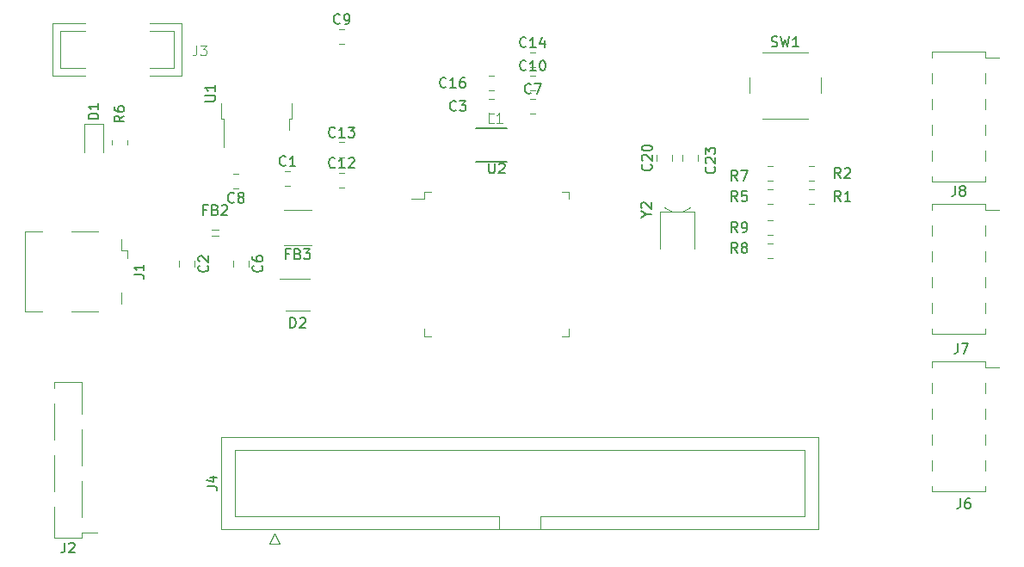
<source format=gto>
%TF.GenerationSoftware,KiCad,Pcbnew,5.1.8*%
%TF.CreationDate,2020-11-24T20:22:10-06:00*%
%TF.ProjectId,e54-GFX-Development-Board,6535342d-4746-4582-9d44-6576656c6f70,rev?*%
%TF.SameCoordinates,Original*%
%TF.FileFunction,Legend,Top*%
%TF.FilePolarity,Positive*%
%FSLAX46Y46*%
G04 Gerber Fmt 4.6, Leading zero omitted, Abs format (unit mm)*
G04 Created by KiCad (PCBNEW 5.1.8) date 2020-11-24 20:22:10*
%MOMM*%
%LPD*%
G01*
G04 APERTURE LIST*
%ADD10C,0.120000*%
%ADD11C,0.127000*%
%ADD12C,0.100000*%
%ADD13C,0.150000*%
%ADD14C,0.015000*%
G04 APERTURE END LIST*
D10*
%TO.C,J2*%
X100390000Y-122488000D02*
X97730000Y-122488000D01*
X100390000Y-107128000D02*
X97730000Y-107128000D01*
X97730000Y-122488000D02*
X97730000Y-119378000D01*
X100390000Y-121918000D02*
X101910000Y-121918000D01*
X100390000Y-122488000D02*
X100390000Y-121918000D01*
X97730000Y-107698000D02*
X97730000Y-107128000D01*
X97730000Y-117858000D02*
X97730000Y-114298000D01*
X97730000Y-112778000D02*
X97730000Y-109218000D01*
X100390000Y-120398000D02*
X100390000Y-116838000D01*
X100390000Y-115318000D02*
X100390000Y-111758000D01*
X100390000Y-110238000D02*
X100390000Y-107128000D01*
%TO.C,J8*%
X184090000Y-74616000D02*
X189290000Y-74616000D01*
X189290000Y-74616000D02*
X189290000Y-75186000D01*
X189290000Y-76706000D02*
X189290000Y-77726000D01*
X189290000Y-79246000D02*
X189290000Y-80266000D01*
X189290000Y-81786000D02*
X189290000Y-82806000D01*
X189290000Y-84326000D02*
X189290000Y-85346000D01*
X189290000Y-86866000D02*
X189290000Y-87436000D01*
X184090000Y-87436000D02*
X189290000Y-87436000D01*
X184090000Y-74616000D02*
X184090000Y-75186000D01*
X184090000Y-76706000D02*
X184090000Y-77726000D01*
X184090000Y-79246000D02*
X184090000Y-80266000D01*
X184090000Y-81786000D02*
X184090000Y-82806000D01*
X184090000Y-84326000D02*
X184090000Y-85346000D01*
X184090000Y-86866000D02*
X184090000Y-87436000D01*
X189290000Y-75186000D02*
X190650000Y-75186000D01*
%TO.C,J7*%
X184090000Y-89602000D02*
X189290000Y-89602000D01*
X189290000Y-89602000D02*
X189290000Y-90172000D01*
X189290000Y-91692000D02*
X189290000Y-92712000D01*
X189290000Y-94232000D02*
X189290000Y-95252000D01*
X189290000Y-96772000D02*
X189290000Y-97792000D01*
X189290000Y-99312000D02*
X189290000Y-100332000D01*
X189290000Y-101852000D02*
X189290000Y-102422000D01*
X184090000Y-102422000D02*
X189290000Y-102422000D01*
X184090000Y-89602000D02*
X184090000Y-90172000D01*
X184090000Y-91692000D02*
X184090000Y-92712000D01*
X184090000Y-94232000D02*
X184090000Y-95252000D01*
X184090000Y-96772000D02*
X184090000Y-97792000D01*
X184090000Y-99312000D02*
X184090000Y-100332000D01*
X184090000Y-101852000D02*
X184090000Y-102422000D01*
X189290000Y-90172000D02*
X190650000Y-90172000D01*
%TO.C,J6*%
X184090000Y-105096000D02*
X189290000Y-105096000D01*
X189290000Y-105096000D02*
X189290000Y-105666000D01*
X189290000Y-107186000D02*
X189290000Y-108206000D01*
X189290000Y-109726000D02*
X189290000Y-110746000D01*
X189290000Y-112266000D02*
X189290000Y-113286000D01*
X189290000Y-114806000D02*
X189290000Y-115826000D01*
X189290000Y-117346000D02*
X189290000Y-117916000D01*
X184090000Y-117916000D02*
X189290000Y-117916000D01*
X184090000Y-105096000D02*
X184090000Y-105666000D01*
X184090000Y-107186000D02*
X184090000Y-108206000D01*
X184090000Y-109726000D02*
X184090000Y-110746000D01*
X184090000Y-112266000D02*
X184090000Y-113286000D01*
X184090000Y-114806000D02*
X184090000Y-115826000D01*
X184090000Y-117346000D02*
X184090000Y-117916000D01*
X189290000Y-105666000D02*
X190650000Y-105666000D01*
%TO.C,Y2*%
X160274000Y-89956000D02*
X160274000Y-89956000D01*
X159504000Y-90356000D02*
X160274000Y-89956000D01*
X157734000Y-89956000D02*
X157734000Y-89956000D01*
X158504000Y-90356000D02*
X157734000Y-89956000D01*
X160704000Y-90356000D02*
X160704000Y-94056000D01*
X157304000Y-90356000D02*
X160704000Y-90356000D01*
X157304000Y-94056000D02*
X157304000Y-90356000D01*
%TO.C,U2*%
X134114000Y-89094000D02*
X132824000Y-89094000D01*
X134114000Y-88394000D02*
X134114000Y-89094000D01*
X134814000Y-88394000D02*
X134114000Y-88394000D01*
X148334000Y-88394000D02*
X148334000Y-89094000D01*
X147634000Y-88394000D02*
X148334000Y-88394000D01*
X134114000Y-102614000D02*
X134114000Y-101914000D01*
X134814000Y-102614000D02*
X134114000Y-102614000D01*
X148334000Y-102614000D02*
X148334000Y-101914000D01*
X147634000Y-102614000D02*
X148334000Y-102614000D01*
%TO.C,U1*%
X120782000Y-81210000D02*
X120782000Y-82310000D01*
X121052000Y-81210000D02*
X120782000Y-81210000D01*
X121052000Y-79710000D02*
X121052000Y-81210000D01*
X114422000Y-81210000D02*
X114422000Y-84040000D01*
X114152000Y-81210000D02*
X114422000Y-81210000D01*
X114152000Y-79710000D02*
X114152000Y-81210000D01*
%TO.C,SW1*%
X173120000Y-78692000D02*
X173120000Y-77192000D01*
X171870000Y-74692000D02*
X167370000Y-74692000D01*
X166120000Y-77192000D02*
X166120000Y-78692000D01*
X167370000Y-81192000D02*
X171870000Y-81192000D01*
%TO.C,R9*%
X167920936Y-92683000D02*
X168375064Y-92683000D01*
X167920936Y-91213000D02*
X168375064Y-91213000D01*
%TO.C,R8*%
X168375064Y-93499000D02*
X167920936Y-93499000D01*
X168375064Y-94969000D02*
X167920936Y-94969000D01*
%TO.C,R7*%
X168375064Y-85879000D02*
X167920936Y-85879000D01*
X168375064Y-87349000D02*
X167920936Y-87349000D01*
%TO.C,R6*%
X103405000Y-83338936D02*
X103405000Y-83793064D01*
X104875000Y-83338936D02*
X104875000Y-83793064D01*
%TO.C,R5*%
X168359064Y-88165000D02*
X167904936Y-88165000D01*
X168359064Y-89635000D02*
X167904936Y-89635000D01*
%TO.C,R2*%
X171984936Y-87349000D02*
X172439064Y-87349000D01*
X171984936Y-85879000D02*
X172439064Y-85879000D01*
%TO.C,R1*%
X172423064Y-88165000D02*
X171968936Y-88165000D01*
X172423064Y-89635000D02*
X171968936Y-89635000D01*
D11*
%TO.C,L1*%
X139216000Y-85490000D02*
X142216000Y-85490000D01*
X139216000Y-82150000D02*
X142216000Y-82150000D01*
D10*
%TO.C,J4*%
X119880000Y-123044000D02*
X119380000Y-122044000D01*
X118880000Y-123044000D02*
X119880000Y-123044000D01*
X119380000Y-122044000D02*
X118880000Y-123044000D01*
X145560000Y-120344000D02*
X145560000Y-121654000D01*
X145560000Y-120344000D02*
X145560000Y-120344000D01*
X171550000Y-120344000D02*
X145560000Y-120344000D01*
X171550000Y-113844000D02*
X171550000Y-120344000D01*
X115470000Y-113844000D02*
X171550000Y-113844000D01*
X115470000Y-120344000D02*
X115470000Y-113844000D01*
X141460000Y-120344000D02*
X115470000Y-120344000D01*
X141460000Y-121654000D02*
X141460000Y-120344000D01*
X172850000Y-121654000D02*
X114170000Y-121654000D01*
X172850000Y-112534000D02*
X172850000Y-121654000D01*
X114170000Y-112534000D02*
X172850000Y-112534000D01*
X114170000Y-121654000D02*
X114170000Y-112534000D01*
D12*
%TO.C,J3*%
X107061000Y-71872000D02*
X110211000Y-71872000D01*
X100711000Y-72622000D02*
X98311000Y-72622000D01*
X109461000Y-72622000D02*
X107061000Y-72622000D01*
X98311000Y-76222000D02*
X100711000Y-76222000D01*
X107061000Y-76222000D02*
X109461000Y-76222000D01*
X100711000Y-71872000D02*
X97561000Y-71872000D01*
X97561000Y-76972000D02*
X100711000Y-76972000D01*
X107061000Y-76972000D02*
X110211000Y-76972000D01*
X98311000Y-72622000D02*
X98311000Y-76222000D01*
X109461000Y-76222000D02*
X109461000Y-72622000D01*
X110211000Y-76972000D02*
X110211000Y-71872000D01*
X97561000Y-71872000D02*
X97561000Y-76972000D01*
D10*
%TO.C,J1*%
X94828000Y-100226000D02*
X96488000Y-100226000D01*
X94828000Y-92306000D02*
X94828000Y-100226000D01*
X96488000Y-92306000D02*
X94828000Y-92306000D01*
X104298000Y-98316000D02*
X104298000Y-99466000D01*
X104888000Y-94216000D02*
X104888000Y-94916000D01*
X104298000Y-94216000D02*
X104888000Y-94216000D01*
X104298000Y-93066000D02*
X104298000Y-94216000D01*
X101988000Y-100226000D02*
X99388000Y-100226000D01*
X99388000Y-92306000D02*
X101988000Y-92306000D01*
%TO.C,FB3*%
X123052252Y-90238000D02*
X120279748Y-90238000D01*
X123052252Y-93658000D02*
X120279748Y-93658000D01*
%TO.C,FB2*%
X113238000Y-92156000D02*
X113838000Y-92156000D01*
X113238000Y-92756000D02*
X113838000Y-92756000D01*
%TO.C,D2*%
X122866000Y-97002000D02*
X119916000Y-97002000D01*
X120466000Y-100102000D02*
X122866000Y-100102000D01*
%TO.C,D1*%
X100640000Y-81706000D02*
X100640000Y-84566000D01*
X102560000Y-81706000D02*
X100640000Y-81706000D01*
X102560000Y-84566000D02*
X102560000Y-81706000D01*
%TO.C,C23*%
X161009000Y-85351252D02*
X161009000Y-84828748D01*
X159539000Y-85351252D02*
X159539000Y-84828748D01*
%TO.C,C20*%
X158469000Y-85351252D02*
X158469000Y-84828748D01*
X156999000Y-85351252D02*
X156999000Y-84828748D01*
%TO.C,C16*%
X140977252Y-76989000D02*
X140454748Y-76989000D01*
X140977252Y-78459000D02*
X140454748Y-78459000D01*
%TO.C,C14*%
X144518748Y-76173000D02*
X145041252Y-76173000D01*
X144518748Y-74703000D02*
X145041252Y-74703000D01*
%TO.C,C13*%
X125722748Y-85025000D02*
X126245252Y-85025000D01*
X125722748Y-83555000D02*
X126245252Y-83555000D01*
%TO.C,C12*%
X125722748Y-88035000D02*
X126245252Y-88035000D01*
X125722748Y-86565000D02*
X126245252Y-86565000D01*
%TO.C,C10*%
X144518748Y-78459000D02*
X145041252Y-78459000D01*
X144518748Y-76989000D02*
X145041252Y-76989000D01*
%TO.C,C9*%
X125722748Y-73887000D02*
X126245252Y-73887000D01*
X125722748Y-72417000D02*
X126245252Y-72417000D01*
%TO.C,C8*%
X115831252Y-86641000D02*
X115308748Y-86641000D01*
X115831252Y-88111000D02*
X115308748Y-88111000D01*
%TO.C,C7*%
X144518748Y-80745000D02*
X145041252Y-80745000D01*
X144518748Y-79275000D02*
X145041252Y-79275000D01*
%TO.C,C6*%
X115343000Y-95242748D02*
X115343000Y-95765252D01*
X116813000Y-95242748D02*
X116813000Y-95765252D01*
%TO.C,C3*%
X140977252Y-79275000D02*
X140454748Y-79275000D01*
X140977252Y-80745000D02*
X140454748Y-80745000D01*
%TO.C,C2*%
X110009000Y-95242748D02*
X110009000Y-95765252D01*
X111479000Y-95242748D02*
X111479000Y-95765252D01*
%TO.C,C1*%
X120388748Y-87857000D02*
X120911252Y-87857000D01*
X120388748Y-86387000D02*
X120911252Y-86387000D01*
%TO.C,J2*%
D13*
X98726666Y-122940380D02*
X98726666Y-123654666D01*
X98679047Y-123797523D01*
X98583809Y-123892761D01*
X98440952Y-123940380D01*
X98345714Y-123940380D01*
X99155238Y-123035619D02*
X99202857Y-122988000D01*
X99298095Y-122940380D01*
X99536190Y-122940380D01*
X99631428Y-122988000D01*
X99679047Y-123035619D01*
X99726666Y-123130857D01*
X99726666Y-123226095D01*
X99679047Y-123368952D01*
X99107619Y-123940380D01*
X99726666Y-123940380D01*
%TO.C,J8*%
X186356666Y-87844380D02*
X186356666Y-88558666D01*
X186309047Y-88701523D01*
X186213809Y-88796761D01*
X186070952Y-88844380D01*
X185975714Y-88844380D01*
X186975714Y-88272952D02*
X186880476Y-88225333D01*
X186832857Y-88177714D01*
X186785238Y-88082476D01*
X186785238Y-88034857D01*
X186832857Y-87939619D01*
X186880476Y-87892000D01*
X186975714Y-87844380D01*
X187166190Y-87844380D01*
X187261428Y-87892000D01*
X187309047Y-87939619D01*
X187356666Y-88034857D01*
X187356666Y-88082476D01*
X187309047Y-88177714D01*
X187261428Y-88225333D01*
X187166190Y-88272952D01*
X186975714Y-88272952D01*
X186880476Y-88320571D01*
X186832857Y-88368190D01*
X186785238Y-88463428D01*
X186785238Y-88653904D01*
X186832857Y-88749142D01*
X186880476Y-88796761D01*
X186975714Y-88844380D01*
X187166190Y-88844380D01*
X187261428Y-88796761D01*
X187309047Y-88749142D01*
X187356666Y-88653904D01*
X187356666Y-88463428D01*
X187309047Y-88368190D01*
X187261428Y-88320571D01*
X187166190Y-88272952D01*
%TO.C,J7*%
X186610666Y-103338380D02*
X186610666Y-104052666D01*
X186563047Y-104195523D01*
X186467809Y-104290761D01*
X186324952Y-104338380D01*
X186229714Y-104338380D01*
X186991619Y-103338380D02*
X187658285Y-103338380D01*
X187229714Y-104338380D01*
%TO.C,J6*%
X186864666Y-118578380D02*
X186864666Y-119292666D01*
X186817047Y-119435523D01*
X186721809Y-119530761D01*
X186578952Y-119578380D01*
X186483714Y-119578380D01*
X187769428Y-118578380D02*
X187578952Y-118578380D01*
X187483714Y-118626000D01*
X187436095Y-118673619D01*
X187340857Y-118816476D01*
X187293238Y-119006952D01*
X187293238Y-119387904D01*
X187340857Y-119483142D01*
X187388476Y-119530761D01*
X187483714Y-119578380D01*
X187674190Y-119578380D01*
X187769428Y-119530761D01*
X187817047Y-119483142D01*
X187864666Y-119387904D01*
X187864666Y-119149809D01*
X187817047Y-119054571D01*
X187769428Y-119006952D01*
X187674190Y-118959333D01*
X187483714Y-118959333D01*
X187388476Y-119006952D01*
X187340857Y-119054571D01*
X187293238Y-119149809D01*
%TO.C,Y2*%
X155960190Y-90657190D02*
X156436380Y-90657190D01*
X155436380Y-90990523D02*
X155960190Y-90657190D01*
X155436380Y-90323857D01*
X155531619Y-90038142D02*
X155484000Y-89990523D01*
X155436380Y-89895285D01*
X155436380Y-89657190D01*
X155484000Y-89561952D01*
X155531619Y-89514333D01*
X155626857Y-89466714D01*
X155722095Y-89466714D01*
X155864952Y-89514333D01*
X156436380Y-90085761D01*
X156436380Y-89466714D01*
%TO.C,U2*%
X140462095Y-85606380D02*
X140462095Y-86415904D01*
X140509714Y-86511142D01*
X140557333Y-86558761D01*
X140652571Y-86606380D01*
X140843047Y-86606380D01*
X140938285Y-86558761D01*
X140985904Y-86511142D01*
X141033523Y-86415904D01*
X141033523Y-85606380D01*
X141462095Y-85701619D02*
X141509714Y-85654000D01*
X141604952Y-85606380D01*
X141843047Y-85606380D01*
X141938285Y-85654000D01*
X141985904Y-85701619D01*
X142033523Y-85796857D01*
X142033523Y-85892095D01*
X141985904Y-86034952D01*
X141414476Y-86606380D01*
X142033523Y-86606380D01*
%TO.C,U1*%
X112554380Y-79501904D02*
X113363904Y-79501904D01*
X113459142Y-79454285D01*
X113506761Y-79406666D01*
X113554380Y-79311428D01*
X113554380Y-79120952D01*
X113506761Y-79025714D01*
X113459142Y-78978095D01*
X113363904Y-78930476D01*
X112554380Y-78930476D01*
X113554380Y-77930476D02*
X113554380Y-78501904D01*
X113554380Y-78216190D02*
X112554380Y-78216190D01*
X112697238Y-78311428D01*
X112792476Y-78406666D01*
X112840095Y-78501904D01*
%TO.C,SW1*%
X168286666Y-74096761D02*
X168429523Y-74144380D01*
X168667619Y-74144380D01*
X168762857Y-74096761D01*
X168810476Y-74049142D01*
X168858095Y-73953904D01*
X168858095Y-73858666D01*
X168810476Y-73763428D01*
X168762857Y-73715809D01*
X168667619Y-73668190D01*
X168477142Y-73620571D01*
X168381904Y-73572952D01*
X168334285Y-73525333D01*
X168286666Y-73430095D01*
X168286666Y-73334857D01*
X168334285Y-73239619D01*
X168381904Y-73192000D01*
X168477142Y-73144380D01*
X168715238Y-73144380D01*
X168858095Y-73192000D01*
X169191428Y-73144380D02*
X169429523Y-74144380D01*
X169620000Y-73430095D01*
X169810476Y-74144380D01*
X170048571Y-73144380D01*
X170953333Y-74144380D02*
X170381904Y-74144380D01*
X170667619Y-74144380D02*
X170667619Y-73144380D01*
X170572380Y-73287238D01*
X170477142Y-73382476D01*
X170381904Y-73430095D01*
%TO.C,R9*%
X164933333Y-92400380D02*
X164600000Y-91924190D01*
X164361904Y-92400380D02*
X164361904Y-91400380D01*
X164742857Y-91400380D01*
X164838095Y-91448000D01*
X164885714Y-91495619D01*
X164933333Y-91590857D01*
X164933333Y-91733714D01*
X164885714Y-91828952D01*
X164838095Y-91876571D01*
X164742857Y-91924190D01*
X164361904Y-91924190D01*
X165409523Y-92400380D02*
X165600000Y-92400380D01*
X165695238Y-92352761D01*
X165742857Y-92305142D01*
X165838095Y-92162285D01*
X165885714Y-91971809D01*
X165885714Y-91590857D01*
X165838095Y-91495619D01*
X165790476Y-91448000D01*
X165695238Y-91400380D01*
X165504761Y-91400380D01*
X165409523Y-91448000D01*
X165361904Y-91495619D01*
X165314285Y-91590857D01*
X165314285Y-91828952D01*
X165361904Y-91924190D01*
X165409523Y-91971809D01*
X165504761Y-92019428D01*
X165695238Y-92019428D01*
X165790476Y-91971809D01*
X165838095Y-91924190D01*
X165885714Y-91828952D01*
%TO.C,R8*%
X164933333Y-94432380D02*
X164600000Y-93956190D01*
X164361904Y-94432380D02*
X164361904Y-93432380D01*
X164742857Y-93432380D01*
X164838095Y-93480000D01*
X164885714Y-93527619D01*
X164933333Y-93622857D01*
X164933333Y-93765714D01*
X164885714Y-93860952D01*
X164838095Y-93908571D01*
X164742857Y-93956190D01*
X164361904Y-93956190D01*
X165504761Y-93860952D02*
X165409523Y-93813333D01*
X165361904Y-93765714D01*
X165314285Y-93670476D01*
X165314285Y-93622857D01*
X165361904Y-93527619D01*
X165409523Y-93480000D01*
X165504761Y-93432380D01*
X165695238Y-93432380D01*
X165790476Y-93480000D01*
X165838095Y-93527619D01*
X165885714Y-93622857D01*
X165885714Y-93670476D01*
X165838095Y-93765714D01*
X165790476Y-93813333D01*
X165695238Y-93860952D01*
X165504761Y-93860952D01*
X165409523Y-93908571D01*
X165361904Y-93956190D01*
X165314285Y-94051428D01*
X165314285Y-94241904D01*
X165361904Y-94337142D01*
X165409523Y-94384761D01*
X165504761Y-94432380D01*
X165695238Y-94432380D01*
X165790476Y-94384761D01*
X165838095Y-94337142D01*
X165885714Y-94241904D01*
X165885714Y-94051428D01*
X165838095Y-93956190D01*
X165790476Y-93908571D01*
X165695238Y-93860952D01*
%TO.C,R7*%
X164933333Y-87320380D02*
X164600000Y-86844190D01*
X164361904Y-87320380D02*
X164361904Y-86320380D01*
X164742857Y-86320380D01*
X164838095Y-86368000D01*
X164885714Y-86415619D01*
X164933333Y-86510857D01*
X164933333Y-86653714D01*
X164885714Y-86748952D01*
X164838095Y-86796571D01*
X164742857Y-86844190D01*
X164361904Y-86844190D01*
X165266666Y-86320380D02*
X165933333Y-86320380D01*
X165504761Y-87320380D01*
%TO.C,R6*%
X104592380Y-80938666D02*
X104116190Y-81272000D01*
X104592380Y-81510095D02*
X103592380Y-81510095D01*
X103592380Y-81129142D01*
X103640000Y-81033904D01*
X103687619Y-80986285D01*
X103782857Y-80938666D01*
X103925714Y-80938666D01*
X104020952Y-80986285D01*
X104068571Y-81033904D01*
X104116190Y-81129142D01*
X104116190Y-81510095D01*
X103592380Y-80081523D02*
X103592380Y-80272000D01*
X103640000Y-80367238D01*
X103687619Y-80414857D01*
X103830476Y-80510095D01*
X104020952Y-80557714D01*
X104401904Y-80557714D01*
X104497142Y-80510095D01*
X104544761Y-80462476D01*
X104592380Y-80367238D01*
X104592380Y-80176761D01*
X104544761Y-80081523D01*
X104497142Y-80033904D01*
X104401904Y-79986285D01*
X104163809Y-79986285D01*
X104068571Y-80033904D01*
X104020952Y-80081523D01*
X103973333Y-80176761D01*
X103973333Y-80367238D01*
X104020952Y-80462476D01*
X104068571Y-80510095D01*
X104163809Y-80557714D01*
%TO.C,R5*%
X164933333Y-89352380D02*
X164600000Y-88876190D01*
X164361904Y-89352380D02*
X164361904Y-88352380D01*
X164742857Y-88352380D01*
X164838095Y-88400000D01*
X164885714Y-88447619D01*
X164933333Y-88542857D01*
X164933333Y-88685714D01*
X164885714Y-88780952D01*
X164838095Y-88828571D01*
X164742857Y-88876190D01*
X164361904Y-88876190D01*
X165838095Y-88352380D02*
X165361904Y-88352380D01*
X165314285Y-88828571D01*
X165361904Y-88780952D01*
X165457142Y-88733333D01*
X165695238Y-88733333D01*
X165790476Y-88780952D01*
X165838095Y-88828571D01*
X165885714Y-88923809D01*
X165885714Y-89161904D01*
X165838095Y-89257142D01*
X165790476Y-89304761D01*
X165695238Y-89352380D01*
X165457142Y-89352380D01*
X165361904Y-89304761D01*
X165314285Y-89257142D01*
%TO.C,R2*%
X175093333Y-87066380D02*
X174760000Y-86590190D01*
X174521904Y-87066380D02*
X174521904Y-86066380D01*
X174902857Y-86066380D01*
X174998095Y-86114000D01*
X175045714Y-86161619D01*
X175093333Y-86256857D01*
X175093333Y-86399714D01*
X175045714Y-86494952D01*
X174998095Y-86542571D01*
X174902857Y-86590190D01*
X174521904Y-86590190D01*
X175474285Y-86161619D02*
X175521904Y-86114000D01*
X175617142Y-86066380D01*
X175855238Y-86066380D01*
X175950476Y-86114000D01*
X175998095Y-86161619D01*
X176045714Y-86256857D01*
X176045714Y-86352095D01*
X175998095Y-86494952D01*
X175426666Y-87066380D01*
X176045714Y-87066380D01*
%TO.C,R1*%
X175093333Y-89352380D02*
X174760000Y-88876190D01*
X174521904Y-89352380D02*
X174521904Y-88352380D01*
X174902857Y-88352380D01*
X174998095Y-88400000D01*
X175045714Y-88447619D01*
X175093333Y-88542857D01*
X175093333Y-88685714D01*
X175045714Y-88780952D01*
X174998095Y-88828571D01*
X174902857Y-88876190D01*
X174521904Y-88876190D01*
X176045714Y-89352380D02*
X175474285Y-89352380D01*
X175760000Y-89352380D02*
X175760000Y-88352380D01*
X175664761Y-88495238D01*
X175569523Y-88590476D01*
X175474285Y-88638095D01*
%TO.C,L1*%
D14*
X140944333Y-81637380D02*
X140468142Y-81637380D01*
X140468142Y-80637380D01*
X141801476Y-81637380D02*
X141230047Y-81637380D01*
X141515761Y-81637380D02*
X141515761Y-80637380D01*
X141420523Y-80780238D01*
X141325285Y-80875476D01*
X141230047Y-80923095D01*
%TO.C,J4*%
D13*
X112732380Y-117427333D02*
X113446666Y-117427333D01*
X113589523Y-117474952D01*
X113684761Y-117570190D01*
X113732380Y-117713047D01*
X113732380Y-117808285D01*
X113065714Y-116522571D02*
X113732380Y-116522571D01*
X112684761Y-116760666D02*
X113399047Y-116998761D01*
X113399047Y-116379714D01*
%TO.C,J3*%
D14*
X111691805Y-74009156D02*
X111691805Y-74723819D01*
X111644161Y-74866752D01*
X111548873Y-74962040D01*
X111405940Y-75009684D01*
X111310652Y-75009684D01*
X112072959Y-74009156D02*
X112692333Y-74009156D01*
X112358824Y-74390310D01*
X112501756Y-74390310D01*
X112597045Y-74437954D01*
X112644689Y-74485598D01*
X112692333Y-74580887D01*
X112692333Y-74819108D01*
X112644689Y-74914396D01*
X112597045Y-74962040D01*
X112501756Y-75009684D01*
X112215891Y-75009684D01*
X112120603Y-74962040D01*
X112072959Y-74914396D01*
%TO.C,J1*%
D13*
X105540380Y-96599333D02*
X106254666Y-96599333D01*
X106397523Y-96646952D01*
X106492761Y-96742190D01*
X106540380Y-96885047D01*
X106540380Y-96980285D01*
X106540380Y-95599333D02*
X106540380Y-96170761D01*
X106540380Y-95885047D02*
X105540380Y-95885047D01*
X105683238Y-95980285D01*
X105778476Y-96075523D01*
X105826095Y-96170761D01*
%TO.C,FB3*%
X120832666Y-94526571D02*
X120499333Y-94526571D01*
X120499333Y-95050380D02*
X120499333Y-94050380D01*
X120975523Y-94050380D01*
X121689809Y-94526571D02*
X121832666Y-94574190D01*
X121880285Y-94621809D01*
X121927904Y-94717047D01*
X121927904Y-94859904D01*
X121880285Y-94955142D01*
X121832666Y-95002761D01*
X121737428Y-95050380D01*
X121356476Y-95050380D01*
X121356476Y-94050380D01*
X121689809Y-94050380D01*
X121785047Y-94098000D01*
X121832666Y-94145619D01*
X121880285Y-94240857D01*
X121880285Y-94336095D01*
X121832666Y-94431333D01*
X121785047Y-94478952D01*
X121689809Y-94526571D01*
X121356476Y-94526571D01*
X122261238Y-94050380D02*
X122880285Y-94050380D01*
X122546952Y-94431333D01*
X122689809Y-94431333D01*
X122785047Y-94478952D01*
X122832666Y-94526571D01*
X122880285Y-94621809D01*
X122880285Y-94859904D01*
X122832666Y-94955142D01*
X122785047Y-95002761D01*
X122689809Y-95050380D01*
X122404095Y-95050380D01*
X122308857Y-95002761D01*
X122261238Y-94955142D01*
%TO.C,FB2*%
X112704666Y-90184571D02*
X112371333Y-90184571D01*
X112371333Y-90708380D02*
X112371333Y-89708380D01*
X112847523Y-89708380D01*
X113561809Y-90184571D02*
X113704666Y-90232190D01*
X113752285Y-90279809D01*
X113799904Y-90375047D01*
X113799904Y-90517904D01*
X113752285Y-90613142D01*
X113704666Y-90660761D01*
X113609428Y-90708380D01*
X113228476Y-90708380D01*
X113228476Y-89708380D01*
X113561809Y-89708380D01*
X113657047Y-89756000D01*
X113704666Y-89803619D01*
X113752285Y-89898857D01*
X113752285Y-89994095D01*
X113704666Y-90089333D01*
X113657047Y-90136952D01*
X113561809Y-90184571D01*
X113228476Y-90184571D01*
X114180857Y-89803619D02*
X114228476Y-89756000D01*
X114323714Y-89708380D01*
X114561809Y-89708380D01*
X114657047Y-89756000D01*
X114704666Y-89803619D01*
X114752285Y-89898857D01*
X114752285Y-89994095D01*
X114704666Y-90136952D01*
X114133238Y-90708380D01*
X114752285Y-90708380D01*
%TO.C,D2*%
X120927904Y-101798380D02*
X120927904Y-100798380D01*
X121166000Y-100798380D01*
X121308857Y-100846000D01*
X121404095Y-100941238D01*
X121451714Y-101036476D01*
X121499333Y-101226952D01*
X121499333Y-101369809D01*
X121451714Y-101560285D01*
X121404095Y-101655523D01*
X121308857Y-101750761D01*
X121166000Y-101798380D01*
X120927904Y-101798380D01*
X121880285Y-100893619D02*
X121927904Y-100846000D01*
X122023142Y-100798380D01*
X122261238Y-100798380D01*
X122356476Y-100846000D01*
X122404095Y-100893619D01*
X122451714Y-100988857D01*
X122451714Y-101084095D01*
X122404095Y-101226952D01*
X121832666Y-101798380D01*
X122451714Y-101798380D01*
%TO.C,D1*%
X102052380Y-81256095D02*
X101052380Y-81256095D01*
X101052380Y-81018000D01*
X101100000Y-80875142D01*
X101195238Y-80779904D01*
X101290476Y-80732285D01*
X101480952Y-80684666D01*
X101623809Y-80684666D01*
X101814285Y-80732285D01*
X101909523Y-80779904D01*
X102004761Y-80875142D01*
X102052380Y-81018000D01*
X102052380Y-81256095D01*
X102052380Y-79732285D02*
X102052380Y-80303714D01*
X102052380Y-80018000D02*
X101052380Y-80018000D01*
X101195238Y-80113238D01*
X101290476Y-80208476D01*
X101338095Y-80303714D01*
%TO.C,C23*%
X162663142Y-85986857D02*
X162710761Y-86034476D01*
X162758380Y-86177333D01*
X162758380Y-86272571D01*
X162710761Y-86415428D01*
X162615523Y-86510666D01*
X162520285Y-86558285D01*
X162329809Y-86605904D01*
X162186952Y-86605904D01*
X161996476Y-86558285D01*
X161901238Y-86510666D01*
X161806000Y-86415428D01*
X161758380Y-86272571D01*
X161758380Y-86177333D01*
X161806000Y-86034476D01*
X161853619Y-85986857D01*
X161853619Y-85605904D02*
X161806000Y-85558285D01*
X161758380Y-85463047D01*
X161758380Y-85224952D01*
X161806000Y-85129714D01*
X161853619Y-85082095D01*
X161948857Y-85034476D01*
X162044095Y-85034476D01*
X162186952Y-85082095D01*
X162758380Y-85653523D01*
X162758380Y-85034476D01*
X161758380Y-84701142D02*
X161758380Y-84082095D01*
X162139333Y-84415428D01*
X162139333Y-84272571D01*
X162186952Y-84177333D01*
X162234571Y-84129714D01*
X162329809Y-84082095D01*
X162567904Y-84082095D01*
X162663142Y-84129714D01*
X162710761Y-84177333D01*
X162758380Y-84272571D01*
X162758380Y-84558285D01*
X162710761Y-84653523D01*
X162663142Y-84701142D01*
%TO.C,C20*%
X156411142Y-85732857D02*
X156458761Y-85780476D01*
X156506380Y-85923333D01*
X156506380Y-86018571D01*
X156458761Y-86161428D01*
X156363523Y-86256666D01*
X156268285Y-86304285D01*
X156077809Y-86351904D01*
X155934952Y-86351904D01*
X155744476Y-86304285D01*
X155649238Y-86256666D01*
X155554000Y-86161428D01*
X155506380Y-86018571D01*
X155506380Y-85923333D01*
X155554000Y-85780476D01*
X155601619Y-85732857D01*
X155601619Y-85351904D02*
X155554000Y-85304285D01*
X155506380Y-85209047D01*
X155506380Y-84970952D01*
X155554000Y-84875714D01*
X155601619Y-84828095D01*
X155696857Y-84780476D01*
X155792095Y-84780476D01*
X155934952Y-84828095D01*
X156506380Y-85399523D01*
X156506380Y-84780476D01*
X155506380Y-84161428D02*
X155506380Y-84066190D01*
X155554000Y-83970952D01*
X155601619Y-83923333D01*
X155696857Y-83875714D01*
X155887333Y-83828095D01*
X156125428Y-83828095D01*
X156315904Y-83875714D01*
X156411142Y-83923333D01*
X156458761Y-83970952D01*
X156506380Y-84066190D01*
X156506380Y-84161428D01*
X156458761Y-84256666D01*
X156411142Y-84304285D01*
X156315904Y-84351904D01*
X156125428Y-84399523D01*
X155887333Y-84399523D01*
X155696857Y-84351904D01*
X155601619Y-84304285D01*
X155554000Y-84256666D01*
X155506380Y-84161428D01*
%TO.C,C16*%
X136263142Y-78081142D02*
X136215523Y-78128761D01*
X136072666Y-78176380D01*
X135977428Y-78176380D01*
X135834571Y-78128761D01*
X135739333Y-78033523D01*
X135691714Y-77938285D01*
X135644095Y-77747809D01*
X135644095Y-77604952D01*
X135691714Y-77414476D01*
X135739333Y-77319238D01*
X135834571Y-77224000D01*
X135977428Y-77176380D01*
X136072666Y-77176380D01*
X136215523Y-77224000D01*
X136263142Y-77271619D01*
X137215523Y-78176380D02*
X136644095Y-78176380D01*
X136929809Y-78176380D02*
X136929809Y-77176380D01*
X136834571Y-77319238D01*
X136739333Y-77414476D01*
X136644095Y-77462095D01*
X138072666Y-77176380D02*
X137882190Y-77176380D01*
X137786952Y-77224000D01*
X137739333Y-77271619D01*
X137644095Y-77414476D01*
X137596476Y-77604952D01*
X137596476Y-77985904D01*
X137644095Y-78081142D01*
X137691714Y-78128761D01*
X137786952Y-78176380D01*
X137977428Y-78176380D01*
X138072666Y-78128761D01*
X138120285Y-78081142D01*
X138167904Y-77985904D01*
X138167904Y-77747809D01*
X138120285Y-77652571D01*
X138072666Y-77604952D01*
X137977428Y-77557333D01*
X137786952Y-77557333D01*
X137691714Y-77604952D01*
X137644095Y-77652571D01*
X137596476Y-77747809D01*
%TO.C,C14*%
X144137142Y-74115142D02*
X144089523Y-74162761D01*
X143946666Y-74210380D01*
X143851428Y-74210380D01*
X143708571Y-74162761D01*
X143613333Y-74067523D01*
X143565714Y-73972285D01*
X143518095Y-73781809D01*
X143518095Y-73638952D01*
X143565714Y-73448476D01*
X143613333Y-73353238D01*
X143708571Y-73258000D01*
X143851428Y-73210380D01*
X143946666Y-73210380D01*
X144089523Y-73258000D01*
X144137142Y-73305619D01*
X145089523Y-74210380D02*
X144518095Y-74210380D01*
X144803809Y-74210380D02*
X144803809Y-73210380D01*
X144708571Y-73353238D01*
X144613333Y-73448476D01*
X144518095Y-73496095D01*
X145946666Y-73543714D02*
X145946666Y-74210380D01*
X145708571Y-73162761D02*
X145470476Y-73877047D01*
X146089523Y-73877047D01*
%TO.C,C13*%
X125341142Y-82967142D02*
X125293523Y-83014761D01*
X125150666Y-83062380D01*
X125055428Y-83062380D01*
X124912571Y-83014761D01*
X124817333Y-82919523D01*
X124769714Y-82824285D01*
X124722095Y-82633809D01*
X124722095Y-82490952D01*
X124769714Y-82300476D01*
X124817333Y-82205238D01*
X124912571Y-82110000D01*
X125055428Y-82062380D01*
X125150666Y-82062380D01*
X125293523Y-82110000D01*
X125341142Y-82157619D01*
X126293523Y-83062380D02*
X125722095Y-83062380D01*
X126007809Y-83062380D02*
X126007809Y-82062380D01*
X125912571Y-82205238D01*
X125817333Y-82300476D01*
X125722095Y-82348095D01*
X126626857Y-82062380D02*
X127245904Y-82062380D01*
X126912571Y-82443333D01*
X127055428Y-82443333D01*
X127150666Y-82490952D01*
X127198285Y-82538571D01*
X127245904Y-82633809D01*
X127245904Y-82871904D01*
X127198285Y-82967142D01*
X127150666Y-83014761D01*
X127055428Y-83062380D01*
X126769714Y-83062380D01*
X126674476Y-83014761D01*
X126626857Y-82967142D01*
%TO.C,C12*%
X125341142Y-85977142D02*
X125293523Y-86024761D01*
X125150666Y-86072380D01*
X125055428Y-86072380D01*
X124912571Y-86024761D01*
X124817333Y-85929523D01*
X124769714Y-85834285D01*
X124722095Y-85643809D01*
X124722095Y-85500952D01*
X124769714Y-85310476D01*
X124817333Y-85215238D01*
X124912571Y-85120000D01*
X125055428Y-85072380D01*
X125150666Y-85072380D01*
X125293523Y-85120000D01*
X125341142Y-85167619D01*
X126293523Y-86072380D02*
X125722095Y-86072380D01*
X126007809Y-86072380D02*
X126007809Y-85072380D01*
X125912571Y-85215238D01*
X125817333Y-85310476D01*
X125722095Y-85358095D01*
X126674476Y-85167619D02*
X126722095Y-85120000D01*
X126817333Y-85072380D01*
X127055428Y-85072380D01*
X127150666Y-85120000D01*
X127198285Y-85167619D01*
X127245904Y-85262857D01*
X127245904Y-85358095D01*
X127198285Y-85500952D01*
X126626857Y-86072380D01*
X127245904Y-86072380D01*
%TO.C,C10*%
X144137142Y-76401142D02*
X144089523Y-76448761D01*
X143946666Y-76496380D01*
X143851428Y-76496380D01*
X143708571Y-76448761D01*
X143613333Y-76353523D01*
X143565714Y-76258285D01*
X143518095Y-76067809D01*
X143518095Y-75924952D01*
X143565714Y-75734476D01*
X143613333Y-75639238D01*
X143708571Y-75544000D01*
X143851428Y-75496380D01*
X143946666Y-75496380D01*
X144089523Y-75544000D01*
X144137142Y-75591619D01*
X145089523Y-76496380D02*
X144518095Y-76496380D01*
X144803809Y-76496380D02*
X144803809Y-75496380D01*
X144708571Y-75639238D01*
X144613333Y-75734476D01*
X144518095Y-75782095D01*
X145708571Y-75496380D02*
X145803809Y-75496380D01*
X145899047Y-75544000D01*
X145946666Y-75591619D01*
X145994285Y-75686857D01*
X146041904Y-75877333D01*
X146041904Y-76115428D01*
X145994285Y-76305904D01*
X145946666Y-76401142D01*
X145899047Y-76448761D01*
X145803809Y-76496380D01*
X145708571Y-76496380D01*
X145613333Y-76448761D01*
X145565714Y-76401142D01*
X145518095Y-76305904D01*
X145470476Y-76115428D01*
X145470476Y-75877333D01*
X145518095Y-75686857D01*
X145565714Y-75591619D01*
X145613333Y-75544000D01*
X145708571Y-75496380D01*
%TO.C,C9*%
X125817333Y-71829142D02*
X125769714Y-71876761D01*
X125626857Y-71924380D01*
X125531619Y-71924380D01*
X125388761Y-71876761D01*
X125293523Y-71781523D01*
X125245904Y-71686285D01*
X125198285Y-71495809D01*
X125198285Y-71352952D01*
X125245904Y-71162476D01*
X125293523Y-71067238D01*
X125388761Y-70972000D01*
X125531619Y-70924380D01*
X125626857Y-70924380D01*
X125769714Y-70972000D01*
X125817333Y-71019619D01*
X126293523Y-71924380D02*
X126484000Y-71924380D01*
X126579238Y-71876761D01*
X126626857Y-71829142D01*
X126722095Y-71686285D01*
X126769714Y-71495809D01*
X126769714Y-71114857D01*
X126722095Y-71019619D01*
X126674476Y-70972000D01*
X126579238Y-70924380D01*
X126388761Y-70924380D01*
X126293523Y-70972000D01*
X126245904Y-71019619D01*
X126198285Y-71114857D01*
X126198285Y-71352952D01*
X126245904Y-71448190D01*
X126293523Y-71495809D01*
X126388761Y-71543428D01*
X126579238Y-71543428D01*
X126674476Y-71495809D01*
X126722095Y-71448190D01*
X126769714Y-71352952D01*
%TO.C,C8*%
X115403333Y-89413142D02*
X115355714Y-89460761D01*
X115212857Y-89508380D01*
X115117619Y-89508380D01*
X114974761Y-89460761D01*
X114879523Y-89365523D01*
X114831904Y-89270285D01*
X114784285Y-89079809D01*
X114784285Y-88936952D01*
X114831904Y-88746476D01*
X114879523Y-88651238D01*
X114974761Y-88556000D01*
X115117619Y-88508380D01*
X115212857Y-88508380D01*
X115355714Y-88556000D01*
X115403333Y-88603619D01*
X115974761Y-88936952D02*
X115879523Y-88889333D01*
X115831904Y-88841714D01*
X115784285Y-88746476D01*
X115784285Y-88698857D01*
X115831904Y-88603619D01*
X115879523Y-88556000D01*
X115974761Y-88508380D01*
X116165238Y-88508380D01*
X116260476Y-88556000D01*
X116308095Y-88603619D01*
X116355714Y-88698857D01*
X116355714Y-88746476D01*
X116308095Y-88841714D01*
X116260476Y-88889333D01*
X116165238Y-88936952D01*
X115974761Y-88936952D01*
X115879523Y-88984571D01*
X115831904Y-89032190D01*
X115784285Y-89127428D01*
X115784285Y-89317904D01*
X115831904Y-89413142D01*
X115879523Y-89460761D01*
X115974761Y-89508380D01*
X116165238Y-89508380D01*
X116260476Y-89460761D01*
X116308095Y-89413142D01*
X116355714Y-89317904D01*
X116355714Y-89127428D01*
X116308095Y-89032190D01*
X116260476Y-88984571D01*
X116165238Y-88936952D01*
%TO.C,C7*%
X144613333Y-78687142D02*
X144565714Y-78734761D01*
X144422857Y-78782380D01*
X144327619Y-78782380D01*
X144184761Y-78734761D01*
X144089523Y-78639523D01*
X144041904Y-78544285D01*
X143994285Y-78353809D01*
X143994285Y-78210952D01*
X144041904Y-78020476D01*
X144089523Y-77925238D01*
X144184761Y-77830000D01*
X144327619Y-77782380D01*
X144422857Y-77782380D01*
X144565714Y-77830000D01*
X144613333Y-77877619D01*
X144946666Y-77782380D02*
X145613333Y-77782380D01*
X145184761Y-78782380D01*
%TO.C,C6*%
X118115142Y-95670666D02*
X118162761Y-95718285D01*
X118210380Y-95861142D01*
X118210380Y-95956380D01*
X118162761Y-96099238D01*
X118067523Y-96194476D01*
X117972285Y-96242095D01*
X117781809Y-96289714D01*
X117638952Y-96289714D01*
X117448476Y-96242095D01*
X117353238Y-96194476D01*
X117258000Y-96099238D01*
X117210380Y-95956380D01*
X117210380Y-95861142D01*
X117258000Y-95718285D01*
X117305619Y-95670666D01*
X117210380Y-94813523D02*
X117210380Y-95004000D01*
X117258000Y-95099238D01*
X117305619Y-95146857D01*
X117448476Y-95242095D01*
X117638952Y-95289714D01*
X118019904Y-95289714D01*
X118115142Y-95242095D01*
X118162761Y-95194476D01*
X118210380Y-95099238D01*
X118210380Y-94908761D01*
X118162761Y-94813523D01*
X118115142Y-94765904D01*
X118019904Y-94718285D01*
X117781809Y-94718285D01*
X117686571Y-94765904D01*
X117638952Y-94813523D01*
X117591333Y-94908761D01*
X117591333Y-95099238D01*
X117638952Y-95194476D01*
X117686571Y-95242095D01*
X117781809Y-95289714D01*
%TO.C,C3*%
X137247333Y-80367142D02*
X137199714Y-80414761D01*
X137056857Y-80462380D01*
X136961619Y-80462380D01*
X136818761Y-80414761D01*
X136723523Y-80319523D01*
X136675904Y-80224285D01*
X136628285Y-80033809D01*
X136628285Y-79890952D01*
X136675904Y-79700476D01*
X136723523Y-79605238D01*
X136818761Y-79510000D01*
X136961619Y-79462380D01*
X137056857Y-79462380D01*
X137199714Y-79510000D01*
X137247333Y-79557619D01*
X137580666Y-79462380D02*
X138199714Y-79462380D01*
X137866380Y-79843333D01*
X138009238Y-79843333D01*
X138104476Y-79890952D01*
X138152095Y-79938571D01*
X138199714Y-80033809D01*
X138199714Y-80271904D01*
X138152095Y-80367142D01*
X138104476Y-80414761D01*
X138009238Y-80462380D01*
X137723523Y-80462380D01*
X137628285Y-80414761D01*
X137580666Y-80367142D01*
%TO.C,C2*%
X112781142Y-95670666D02*
X112828761Y-95718285D01*
X112876380Y-95861142D01*
X112876380Y-95956380D01*
X112828761Y-96099238D01*
X112733523Y-96194476D01*
X112638285Y-96242095D01*
X112447809Y-96289714D01*
X112304952Y-96289714D01*
X112114476Y-96242095D01*
X112019238Y-96194476D01*
X111924000Y-96099238D01*
X111876380Y-95956380D01*
X111876380Y-95861142D01*
X111924000Y-95718285D01*
X111971619Y-95670666D01*
X111971619Y-95289714D02*
X111924000Y-95242095D01*
X111876380Y-95146857D01*
X111876380Y-94908761D01*
X111924000Y-94813523D01*
X111971619Y-94765904D01*
X112066857Y-94718285D01*
X112162095Y-94718285D01*
X112304952Y-94765904D01*
X112876380Y-95337333D01*
X112876380Y-94718285D01*
%TO.C,C1*%
X120483333Y-85799142D02*
X120435714Y-85846761D01*
X120292857Y-85894380D01*
X120197619Y-85894380D01*
X120054761Y-85846761D01*
X119959523Y-85751523D01*
X119911904Y-85656285D01*
X119864285Y-85465809D01*
X119864285Y-85322952D01*
X119911904Y-85132476D01*
X119959523Y-85037238D01*
X120054761Y-84942000D01*
X120197619Y-84894380D01*
X120292857Y-84894380D01*
X120435714Y-84942000D01*
X120483333Y-84989619D01*
X121435714Y-85894380D02*
X120864285Y-85894380D01*
X121150000Y-85894380D02*
X121150000Y-84894380D01*
X121054761Y-85037238D01*
X120959523Y-85132476D01*
X120864285Y-85180095D01*
%TD*%
M02*

</source>
